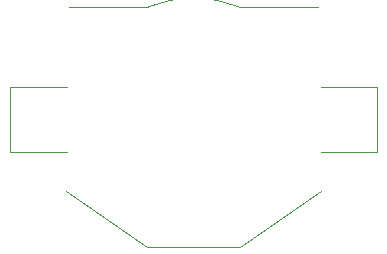
<source format=gbr>
%TF.GenerationSoftware,KiCad,Pcbnew,(6.0.8)*%
%TF.CreationDate,2023-04-11T21:19:58-04:00*%
%TF.ProjectId,Rat_NEST_v1,5261745f-4e45-4535-945f-76312e6b6963,rev?*%
%TF.SameCoordinates,Original*%
%TF.FileFunction,Legend,Top*%
%TF.FilePolarity,Positive*%
%FSLAX46Y46*%
G04 Gerber Fmt 4.6, Leading zero omitted, Abs format (unit mm)*
G04 Created by KiCad (PCBNEW (6.0.8)) date 2023-04-11 21:19:58*
%MOMM*%
%LPD*%
G01*
G04 APERTURE LIST*
%ADD10C,0.120000*%
G04 APERTURE END LIST*
D10*
%TO.C,REF\u002A\u002A*%
X153456000Y-96773600D02*
G75*
G03*
X145759615Y-96772136I-3850000J-9500000D01*
G01*
X160156000Y-96773600D02*
X153456000Y-96773600D01*
X138856000Y-103523600D02*
X134056000Y-103523600D01*
X138806000Y-112323600D02*
X145656000Y-117123600D01*
X153556000Y-117123600D02*
X160356000Y-112323600D01*
X145656000Y-117123600D02*
X153556000Y-117123600D01*
X165156000Y-109023600D02*
X165156000Y-103523600D01*
X139056000Y-96773600D02*
X145756000Y-96773600D01*
X134056000Y-103523600D02*
X134056000Y-109023600D01*
X160356000Y-109023600D02*
X165156000Y-109023600D01*
X165156000Y-103523600D02*
X160356000Y-103523600D01*
X134056000Y-109023600D02*
X138856000Y-109023600D01*
%TD*%
M02*

</source>
